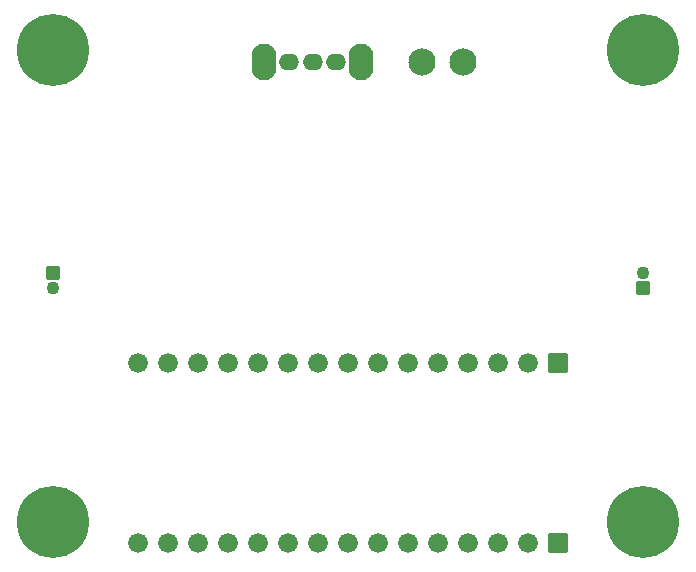
<source format=gbs>
G04 Layer: BottomSolderMaskLayer*
G04 EasyEDA v6.5.23, 2023-05-07 17:20:53*
G04 06317d6caa1047b3ac86ced241ba49f9,e617cb807303496c873bc539bd577a54,10*
G04 Gerber Generator version 0.2*
G04 Scale: 100 percent, Rotated: No, Reflected: No *
G04 Dimensions in millimeters *
G04 leading zeros omitted , absolute positions ,4 integer and 5 decimal *
%FSLAX45Y45*%
%MOMM*%

%AMMACRO1*1,1,$1,$2,$3*1,1,$1,$4,$5*1,1,$1,0-$2,0-$3*1,1,$1,0-$4,0-$5*20,1,$1,$2,$3,$4,$5,0*20,1,$1,$4,$5,0-$2,0-$3,0*20,1,$1,0-$2,0-$3,0-$4,0-$5,0*20,1,$1,0-$4,0-$5,$2,$3,0*4,1,4,$2,$3,$4,$5,0-$2,0-$3,0-$4,0-$5,$2,$3,0*%
%ADD10O,1.7015460000000002X1.4015720000000003*%
%ADD11O,2.101596X3.1015939999999995*%
%ADD12C,2.3016*%
%ADD13C,1.1016*%
%ADD14MACRO1,0.1016X0.5X0.5X0.5X-0.5*%
%ADD15MACRO1,0.1016X-0.5X-0.5X-0.5X0.5*%
%ADD16C,1.6764*%
%ADD17MACRO1,0.1016X0.7874X-0.7874X-0.7874X-0.7874*%
%ADD18C,6.1016*%

%LPD*%
D10*
G01*
X2899994Y4399991D03*
G01*
X2499995Y4399991D03*
G01*
X2700654Y4399991D03*
D11*
G01*
X2289987Y4399991D03*
G01*
X3110001Y4399991D03*
D12*
G01*
X3974998Y4399991D03*
G01*
X3624986Y4399991D03*
D13*
G01*
X500024Y2487472D03*
D14*
G01*
X499998Y2612494D03*
D13*
G01*
X5500014Y2612466D03*
D15*
G01*
X5499988Y2487495D03*
D16*
G01*
X1221994Y1850009D03*
G01*
X1475994Y1850009D03*
G01*
X1729994Y1850009D03*
G01*
X1983993Y1850009D03*
G01*
X2237993Y1850009D03*
G01*
X2491993Y1850009D03*
G01*
X2745993Y1850009D03*
G01*
X2999993Y1850009D03*
G01*
X3253993Y1850009D03*
G01*
X3507993Y1850009D03*
G01*
X3761993Y1850009D03*
G01*
X4015993Y1850009D03*
G01*
X4269993Y1850009D03*
G01*
X4523993Y1850009D03*
D17*
G01*
X4777994Y1849996D03*
D16*
G01*
X1221994Y326009D03*
G01*
X1475994Y326009D03*
G01*
X1729994Y326009D03*
G01*
X1983993Y326009D03*
G01*
X2237993Y326009D03*
G01*
X2491993Y326009D03*
G01*
X2745993Y326009D03*
G01*
X2999993Y326009D03*
G01*
X3253993Y326009D03*
G01*
X3507993Y326009D03*
G01*
X3761993Y326009D03*
G01*
X4015993Y326009D03*
G01*
X4269993Y326009D03*
G01*
X4523993Y326009D03*
D17*
G01*
X4777994Y325998D03*
D18*
G01*
X499998Y4499990D03*
G01*
X5499988Y4499990D03*
G01*
X5499988Y499998D03*
G01*
X499998Y499998D03*
M02*

</source>
